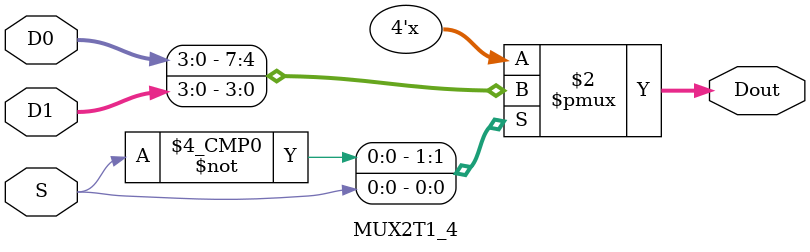
<source format=v>
`timescale 1ns / 1ps
module MUX2T1_4( input S,
					input [3:0]D0,
					input [3:0]D1,
					output reg [3:0]Dout
    );
	 
	 always @ * begin
		case(S)
			1'd0: Dout <= D0;
			1'd1: Dout <= D1;
			default: ;
		endcase
	end


endmodule

</source>
